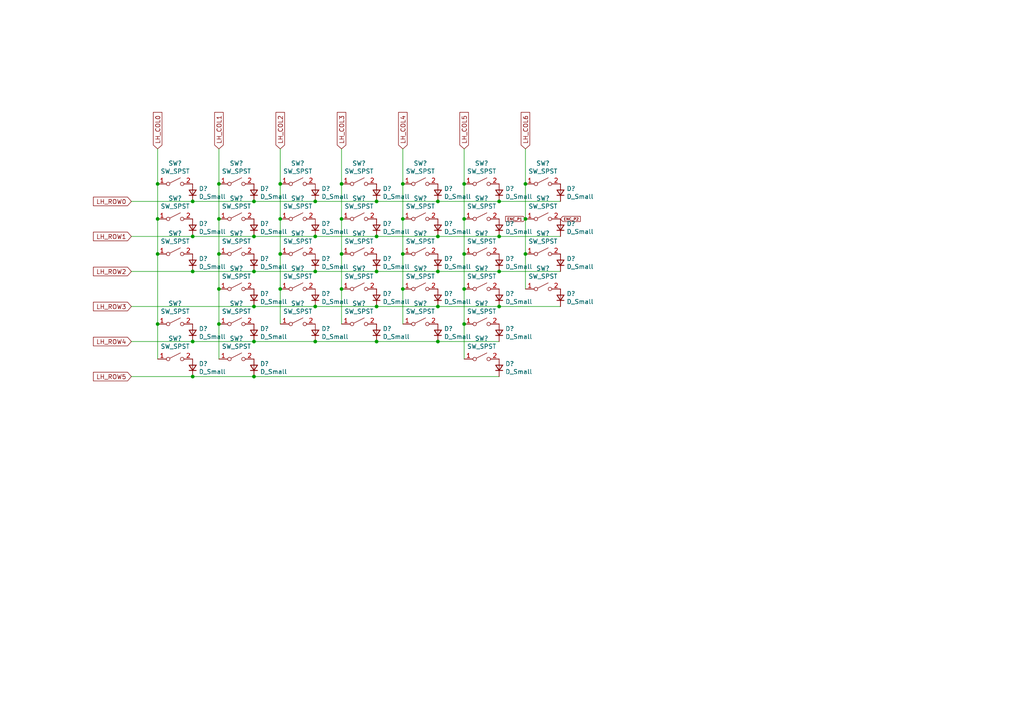
<source format=kicad_sch>
(kicad_sch (version 20211123) (generator eeschema)
  (paper "A4")
  (lib_symbols
    (symbol "Device:D_Small" (pin_numbers hide) (pin_names (offset 0.254) hide)
      (property "Reference" "D" (at -1.27 2.032 0))
      (property "Value" "D_Small" (at -3.81 -2.032 0))
      (symbol "D_Small_0_1"
        (polyline (pts (xy -0.762 -1.016) (xy -0.762 1.016)) (stroke (width 0.254)))
        (polyline (pts (xy -0.762 0) (xy 0.762 0)))
        (polyline (pts (xy 0.762 -1.016) (xy -0.762 0) (xy 0.762 1.016) (xy 0.762 -1.016)) (stroke (width 0.254)))
      )
      (symbol "D_Small_1_1"
        (pin passive line (at -2.54 0 0) (length 1.778) (name "K") (number "1"))
        (pin passive line (at 2.54 0 180) (length 1.778) (name "A") (number "2"))
      )
    )
    (symbol "Switch:SW_SPST" (pin_names (offset 0) hide)
      (property "Reference" "SW" (at 0 3.175 0))
      (property "Value" "SW_SPST" (at 0 -2.54 0))
      (symbol "SW_SPST_0_0"
        (circle (center -2.032 0) (radius 0.508))
        (polyline (pts (xy -1.524 0.254) (xy 1.524 1.778)))
        (circle (center 2.032 0) (radius 0.508))
      )
      (symbol "SW_SPST_1_1"
        (pin passive line (at -5.08 0 0) (length 2.54) (name "A") (number "1"))
        (pin passive line (at 5.08 0 180) (length 2.54) (name "B") (number "2"))
      )
    )
  )
  (junction (at 144.78 78.74))
  (junction (at 45.72 63.5))
  (junction (at 91.44 58.42))
  (junction (at 144.78 88.9))
  (junction (at 73.66 58.42))
  (junction (at 73.66 68.58))
  (junction (at 116.84 53.34))
  (junction (at 109.22 78.74))
  (junction (at 45.72 93.98))
  (junction (at 81.28 63.5))
  (junction (at 99.06 73.66))
  (junction (at 81.28 53.34))
  (junction (at 91.44 68.58))
  (junction (at 152.4 53.34))
  (junction (at 109.22 88.9))
  (junction (at 144.78 68.58))
  (junction (at 63.5 53.34))
  (junction (at 127 88.9))
  (junction (at 81.28 83.82))
  (junction (at 91.44 88.9))
  (junction (at 45.72 53.34))
  (junction (at 63.5 93.98))
  (junction (at 55.88 99.06))
  (junction (at 109.22 58.42))
  (junction (at 81.28 73.66))
  (junction (at 144.78 58.42))
  (junction (at 127 78.74))
  (junction (at 63.5 63.5))
  (junction (at 99.06 53.34))
  (junction (at 134.62 53.34))
  (junction (at 134.62 93.98))
  (junction (at 91.44 78.74))
  (junction (at 55.88 58.42))
  (junction (at 134.62 73.66))
  (junction (at 127 58.42))
  (junction (at 99.06 63.5))
  (junction (at 109.22 99.06))
  (junction (at 152.4 63.5))
  (junction (at 116.84 73.66))
  (junction (at 45.72 73.66))
  (junction (at 116.84 63.5))
  (junction (at 109.22 68.58))
  (junction (at 63.5 83.82))
  (junction (at 55.88 68.58))
  (junction (at 127 99.06))
  (junction (at 73.66 78.74))
  (junction (at 152.4 73.66))
  (junction (at 73.66 88.9))
  (junction (at 55.88 109.22))
  (junction (at 127 68.58))
  (junction (at 134.62 63.5))
  (junction (at 73.66 109.22))
  (junction (at 73.66 99.06))
  (junction (at 116.84 83.82))
  (junction (at 63.5 73.66))
  (junction (at 134.62 83.82))
  (junction (at 55.88 78.74))
  (junction (at 99.06 83.82))
  (junction (at 91.44 99.06))
  (wire (pts (xy 134.62 73.66) (xy 134.62 63.5)))
  (wire (pts (xy 134.62 104.14) (xy 134.62 93.98)))
  (wire (pts (xy 55.88 99.06) (xy 38.1 99.06)))
  (wire (pts (xy 99.06 53.34) (xy 99.06 43.18)))
  (wire (pts (xy 63.5 93.98) (xy 63.5 104.14)))
  (wire (pts (xy 134.62 83.82) (xy 134.62 73.66)))
  (wire (pts (xy 91.44 88.9) (xy 73.66 88.9)))
  (wire (pts (xy 116.84 73.66) (xy 116.84 63.5)))
  (wire (pts (xy 127 99.06) (xy 109.22 99.06)))
  (wire (pts (xy 45.72 93.98) (xy 45.72 104.14)))
  (wire (pts (xy 152.4 53.34) (xy 152.4 43.18)))
  (wire (pts (xy 73.66 78.74) (xy 55.88 78.74)))
  (wire (pts (xy 99.06 83.82) (xy 99.06 73.66)))
  (wire (pts (xy 55.88 78.74) (xy 38.1 78.74)))
  (wire (pts (xy 81.28 63.5) (xy 81.28 53.34)))
  (wire (pts (xy 162.56 58.42) (xy 144.78 58.42)))
  (wire (pts (xy 144.78 58.42) (xy 127 58.42)))
  (wire (pts (xy 162.56 68.58) (xy 144.78 68.58)))
  (wire (pts (xy 63.5 93.98) (xy 63.5 83.82)))
  (wire (pts (xy 144.78 88.9) (xy 162.56 88.9)))
  (wire (pts (xy 91.44 99.06) (xy 73.66 99.06)))
  (wire (pts (xy 109.22 58.42) (xy 91.44 58.42)))
  (wire (pts (xy 63.5 53.34) (xy 63.5 43.18)))
  (wire (pts (xy 127 68.58) (xy 109.22 68.58)))
  (wire (pts (xy 55.88 58.42) (xy 38.1 58.42)))
  (wire (pts (xy 45.72 73.66) (xy 45.72 63.5)))
  (wire (pts (xy 63.5 73.66) (xy 63.5 63.5)))
  (wire (pts (xy 45.72 73.66) (xy 45.72 93.98)))
  (wire (pts (xy 91.44 68.58) (xy 73.66 68.58)))
  (wire (pts (xy 116.84 53.34) (xy 116.84 43.18)))
  (wire (pts (xy 144.78 78.74) (xy 127 78.74)))
  (wire (pts (xy 116.84 93.98) (xy 116.84 83.82)))
  (wire (pts (xy 109.22 99.06) (xy 91.44 99.06)))
  (wire (pts (xy 152.4 63.5) (xy 152.4 53.34)))
  (wire (pts (xy 116.84 63.5) (xy 116.84 53.34)))
  (wire (pts (xy 73.66 58.42) (xy 55.88 58.42)))
  (wire (pts (xy 144.78 88.9) (xy 127 88.9)))
  (wire (pts (xy 73.66 68.58) (xy 55.88 68.58)))
  (wire (pts (xy 127 58.42) (xy 109.22 58.42)))
  (wire (pts (xy 73.66 99.06) (xy 55.88 99.06)))
  (wire (pts (xy 109.22 88.9) (xy 91.44 88.9)))
  (wire (pts (xy 127 88.9) (xy 109.22 88.9)))
  (wire (pts (xy 109.22 68.58) (xy 91.44 68.58)))
  (wire (pts (xy 99.06 73.66) (xy 99.06 63.5)))
  (wire (pts (xy 109.22 78.74) (xy 91.44 78.74)))
  (wire (pts (xy 55.88 109.22) (xy 38.1 109.22)))
  (wire (pts (xy 116.84 83.82) (xy 116.84 73.66)))
  (wire (pts (xy 127 78.74) (xy 109.22 78.74)))
  (wire (pts (xy 81.28 93.98) (xy 81.28 83.82)))
  (wire (pts (xy 99.06 93.98) (xy 99.06 83.82)))
  (wire (pts (xy 91.44 78.74) (xy 73.66 78.74)))
  (wire (pts (xy 134.62 53.34) (xy 134.62 43.18)))
  (wire (pts (xy 134.62 63.5) (xy 134.62 53.34)))
  (wire (pts (xy 45.72 63.5) (xy 45.72 53.34)))
  (wire (pts (xy 144.78 99.06) (xy 127 99.06)))
  (wire (pts (xy 63.5 83.82) (xy 63.5 73.66)))
  (wire (pts (xy 99.06 63.5) (xy 99.06 53.34)))
  (wire (pts (xy 81.28 83.82) (xy 81.28 73.66)))
  (wire (pts (xy 81.28 73.66) (xy 81.28 63.5)))
  (wire (pts (xy 63.5 63.5) (xy 63.5 53.34)))
  (wire (pts (xy 73.66 109.22) (xy 144.78 109.22)))
  (wire (pts (xy 162.56 78.74) (xy 144.78 78.74)))
  (wire (pts (xy 91.44 58.42) (xy 73.66 58.42)))
  (wire (pts (xy 152.4 73.66) (xy 152.4 83.82)))
  (wire (pts (xy 134.62 93.98) (xy 134.62 83.82)))
  (wire (pts (xy 144.78 68.58) (xy 127 68.58)))
  (wire (pts (xy 45.72 53.34) (xy 45.72 43.18)))
  (wire (pts (xy 38.1 88.9) (xy 73.66 88.9)))
  (wire (pts (xy 152.4 63.5) (xy 152.4 73.66)))
  (wire (pts (xy 81.28 53.34) (xy 81.28 43.18)))
  (wire (pts (xy 73.66 109.22) (xy 55.88 109.22)))
  (wire (pts (xy 55.88 68.58) (xy 38.1 68.58)))
  (global_label "LH_COL6" (shape input) (at 152.4 43.18 90) (property "Intersheet References" "${INTERSHEET_REFS}" (effects hide)))
  (global_label "LH_COL3" (shape input) (at 99.06 43.18 90) (property "Intersheet References" "${INTERSHEET_REFS}" (effects hide)))
  (global_label "LH_COL2" (shape input) (at 81.28 43.18 90) (property "Intersheet References" "${INTERSHEET_REFS}" (effects hide)))
  (global_label "LH_COL0" (shape input) (at 45.72 43.18 90) (property "Intersheet References" "${INTERSHEET_REFS}" (effects hide)))
  (global_label "LH_COL1" (shape input) (at 63.5 43.18 90) (property "Intersheet References" "${INTERSHEET_REFS}" (effects hide)))
  (global_label "LH_ROW3" (shape input) (at 38.1 88.9 180) (property "Intersheet References" "${INTERSHEET_REFS}" (effects hide)))
  (global_label "LH_COL5" (shape input) (at 134.62 43.18 90) (property "Intersheet References" "${INTERSHEET_REFS}" (effects hide)))
  (global_label "ENC_P1" (shape input) (at 152.4 63.5 180) (effects (font (size 0.762 0.762))) (property "Intersheet References" "${INTERSHEET_REFS}" (effects hide)))
  (global_label "LH_ROW1" (shape input) (at 38.1 68.58 180) (property "Intersheet References" "${INTERSHEET_REFS}" (effects hide)))
  (global_label "ENC_P2" (shape input) (at 162.56 63.5 0) (effects (font (size 0.762 0.762))) (property "Intersheet References" "${INTERSHEET_REFS}" (effects hide)))
  (global_label "LH_ROW0" (shape input) (at 38.1 58.42 180) (property "Intersheet References" "${INTERSHEET_REFS}" (effects hide)))
  (global_label "LH_ROW5" (shape input) (at 38.1 109.22 180) (property "Intersheet References" "${INTERSHEET_REFS}" (effects hide)))
  (global_label "LH_ROW4" (shape input) (at 38.1 99.06 180) (property "Intersheet References" "${INTERSHEET_REFS}" (effects hide)))
  (global_label "LH_ROW2" (shape input) (at 38.1 78.74 180) (property "Intersheet References" "${INTERSHEET_REFS}" (effects hide)))
  (global_label "LH_COL4" (shape input) (at 116.84 43.18 90) (property "Intersheet References" "${INTERSHEET_REFS}" (effects hide)))
  (symbol (lib_id "Switch:SW_SPST") (at 104.14 93.98 0) (unit 1)
    (property "Reference" "SW?" (at 104.14 88.011 0))
    (property "Value" "SW_SPST" (at 104.14 90.3224 0))
    (property "Footprint" "MX_Only:MXOnly-1U-Hotswap" (effects hide))
  )
  (symbol (lib_id "Device:D_Small") (at 109.22 66.04 90) (unit 1)
    (property "Reference" "D?" (at 110.998 64.8716 90) (effects (justify right)))
    (property "Value" "D_Small" (at 110.998 67.183 90) (effects (justify right)))
    (property "Footprint" "Diode_SMD:D_SOD-123" (effects hide))
  )
  (symbol (lib_id "Switch:SW_SPST") (at 104.14 83.82 0) (unit 1)
    (property "Reference" "SW?" (at 104.14 77.851 0))
    (property "Value" "SW_SPST" (at 104.14 80.1624 0))
    (property "Footprint" "MX_Only:MXOnly-1U-Hotswap" (effects hide))
  )
  (symbol (lib_id "Device:D_Small") (at 55.88 66.04 90) (unit 1)
    (property "Reference" "D?" (at 57.658 64.8716 90) (effects (justify right)))
    (property "Value" "D_Small" (at 57.658 67.183 90) (effects (justify right)))
    (property "Footprint" "Diode_SMD:D_SOD-123" (effects hide))
  )
  (symbol (lib_id "Device:D_Small") (at 144.78 55.88 90) (unit 1)
    (property "Reference" "D?" (at 146.558 54.7116 90) (effects (justify right)))
    (property "Value" "D_Small" (at 146.558 57.023 90) (effects (justify right)))
    (property "Footprint" "Diode_SMD:D_SOD-123" (effects hide))
  )
  (symbol (lib_id "Switch:SW_SPST") (at 157.48 53.34 0) (unit 1)
    (property "Reference" "SW?" (at 157.48 47.371 0))
    (property "Value" "SW_SPST" (at 157.48 49.6824 0))
    (property "Footprint" "MX_Only:MXOnly-1U-Hotswap" (effects hide))
  )
  (symbol (lib_id "Device:D_Small") (at 91.44 66.04 90) (unit 1)
    (property "Reference" "D?" (at 93.218 64.8716 90) (effects (justify right)))
    (property "Value" "D_Small" (at 93.218 67.183 90) (effects (justify right)))
    (property "Footprint" "Diode_SMD:D_SOD-123" (effects hide))
  )
  (symbol (lib_id "Device:D_Small") (at 91.44 96.52 90) (unit 1)
    (property "Reference" "D?" (at 93.218 95.3516 90) (effects (justify right)))
    (property "Value" "D_Small" (at 93.218 97.663 90) (effects (justify right)))
    (property "Footprint" "Diode_SMD:D_SOD-123" (effects hide))
  )
  (symbol (lib_id "Device:D_Small") (at 144.78 66.04 90) (unit 1)
    (property "Reference" "D?" (at 146.558 64.8716 90) (effects (justify right)))
    (property "Value" "D_Small" (at 146.558 67.183 90) (effects (justify right)))
    (property "Footprint" "Diode_SMD:D_SOD-123" (effects hide))
  )
  (symbol (lib_id "Device:D_Small") (at 55.88 76.2 90) (unit 1)
    (property "Reference" "D?" (at 57.658 75.0316 90) (effects (justify right)))
    (property "Value" "D_Small" (at 57.658 77.343 90) (effects (justify right)))
    (property "Footprint" "Diode_SMD:D_SOD-123" (effects hide))
  )
  (symbol (lib_id "Switch:SW_SPST") (at 121.92 53.34 0) (unit 1)
    (property "Reference" "SW?" (at 121.92 47.371 0))
    (property "Value" "SW_SPST" (at 121.92 49.6824 0))
    (property "Footprint" "MX_Only:MXOnly-1U-Hotswap" (effects hide))
  )
  (symbol (lib_id "Device:D_Small") (at 144.78 86.36 90) (unit 1)
    (property "Reference" "D?" (at 146.558 85.1916 90) (effects (justify right)))
    (property "Value" "D_Small" (at 146.558 87.503 90) (effects (justify right)))
    (property "Footprint" "Diode_SMD:D_SOD-123" (effects hide))
  )
  (symbol (lib_id "Device:D_Small") (at 127 55.88 90) (unit 1)
    (property "Reference" "D?" (at 128.778 54.7116 90) (effects (justify right)))
    (property "Value" "D_Small" (at 128.778 57.023 90) (effects (justify right)))
    (property "Footprint" "Diode_SMD:D_SOD-123" (effects hide))
  )
  (symbol (lib_id "Switch:SW_SPST") (at 157.48 63.5 0) (unit 1)
    (property "Reference" "SW?" (at 157.48 57.531 0))
    (property "Value" "SW_SPST" (at 157.48 59.8424 0))
    (property "Footprint" "MX_Only:MXOnly-1.25U-Hotswap" (effects hide))
  )
  (symbol (lib_id "Device:D_Small") (at 162.56 86.36 90) (unit 1)
    (property "Reference" "D?" (at 164.338 85.1916 90) (effects (justify right)))
    (property "Value" "D_Small" (at 164.338 87.503 90) (effects (justify right)))
    (property "Footprint" "Diode_SMD:D_SOD-123" (effects hide))
  )
  (symbol (lib_id "Switch:SW_SPST") (at 121.92 73.66 0) (unit 1)
    (property "Reference" "SW?" (at 121.92 67.691 0))
    (property "Value" "SW_SPST" (at 121.92 70.0024 0))
    (property "Footprint" "MX_Only:MXOnly-1U-Hotswap" (effects hide))
  )
  (symbol (lib_id "Switch:SW_SPST") (at 139.7 53.34 0) (unit 1)
    (property "Reference" "SW?" (at 139.7 47.371 0))
    (property "Value" "SW_SPST" (at 139.7 49.6824 0))
    (property "Footprint" "MX_Only:MXOnly-1U-Hotswap" (effects hide))
  )
  (symbol (lib_id "Switch:SW_SPST") (at 68.58 93.98 0) (unit 1)
    (property "Reference" "SW?" (at 68.58 88.011 0))
    (property "Value" "SW_SPST" (at 68.58 90.3224 0))
    (property "Footprint" "MX_Only:MXOnly-1U-Hotswap" (effects hide))
  )
  (symbol (lib_id "Switch:SW_SPST") (at 68.58 104.14 0) (unit 1)
    (property "Reference" "SW?" (at 68.58 98.171 0))
    (property "Value" "SW_SPST" (at 68.58 100.4824 0))
    (property "Footprint" "MX_Only:MXOnly-2.25U-Hotswap-ReversedStabilizers" (effects hide))
  )
  (symbol (lib_id "Device:D_Small") (at 73.66 106.68 90) (unit 1)
    (property "Reference" "D?" (at 75.438 105.5116 90) (effects (justify right)))
    (property "Value" "D_Small" (at 75.438 107.823 90) (effects (justify right)))
    (property "Footprint" "Diode_SMD:D_SOD-123" (effects hide))
  )
  (symbol (lib_id "Switch:SW_SPST") (at 121.92 93.98 0) (unit 1)
    (property "Reference" "SW?" (at 121.92 88.011 0))
    (property "Value" "SW_SPST" (at 121.92 90.3224 0))
    (property "Footprint" "MX_Only:MXOnly-1U-Hotswap" (effects hide))
  )
  (symbol (lib_id "Switch:SW_SPST") (at 104.14 53.34 0) (unit 1)
    (property "Reference" "SW?" (at 104.14 47.371 0))
    (property "Value" "SW_SPST" (at 104.14 49.6824 0))
    (property "Footprint" "MX_Only:MXOnly-1U-Hotswap" (effects hide))
  )
  (symbol (lib_id "Switch:SW_SPST") (at 121.92 83.82 0) (unit 1)
    (property "Reference" "SW?" (at 121.92 77.851 0))
    (property "Value" "SW_SPST" (at 121.92 80.1624 0))
    (property "Footprint" "MX_Only:MXOnly-1U-Hotswap" (effects hide))
  )
  (symbol (lib_id "Device:D_Small") (at 109.22 76.2 90) (unit 1)
    (property "Reference" "D?" (at 110.998 75.0316 90) (effects (justify right)))
    (property "Value" "D_Small" (at 110.998 77.343 90) (effects (justify right)))
    (property "Footprint" "Diode_SMD:D_SOD-123" (effects hide))
  )
  (symbol (lib_id "Switch:SW_SPST") (at 104.14 63.5 0) (unit 1)
    (property "Reference" "SW?" (at 104.14 57.531 0))
    (property "Value" "SW_SPST" (at 104.14 59.8424 0))
    (property "Footprint" "MX_Only:MXOnly-1U-Hotswap" (effects hide))
  )
  (symbol (lib_id "Device:D_Small") (at 162.56 66.04 90) (unit 1)
    (property "Reference" "D?" (at 164.338 64.8716 90) (effects (justify right)))
    (property "Value" "D_Small" (at 164.338 67.183 90) (effects (justify right)))
    (property "Footprint" "Diode_SMD:D_SOD-123" (effects hide))
  )
  (symbol (lib_id "Device:D_Small") (at 127 76.2 90) (unit 1)
    (property "Reference" "D?" (at 128.778 75.0316 90) (effects (justify right)))
    (property "Value" "D_Small" (at 128.778 77.343 90) (effects (justify right)))
    (property "Footprint" "Diode_SMD:D_SOD-123" (effects hide))
  )
  (symbol (lib_id "Device:D_Small") (at 55.88 55.88 90) (unit 1)
    (property "Reference" "D?" (at 57.658 54.7116 90) (effects (justify right)))
    (property "Value" "D_Small" (at 57.658 57.023 90) (effects (justify right)))
    (property "Footprint" "Diode_SMD:D_SOD-123" (effects hide))
  )
  (symbol (lib_id "Device:D_Small") (at 144.78 96.52 90) (unit 1)
    (property "Reference" "D?" (at 146.558 95.3516 90) (effects (justify right)))
    (property "Value" "D_Small" (at 146.558 97.663 90) (effects (justify right)))
    (property "Footprint" "Diode_SMD:D_SOD-123" (effects hide))
  )
  (symbol (lib_id "Device:D_Small") (at 127 86.36 90) (unit 1)
    (property "Reference" "D?" (at 128.778 85.1916 90) (effects (justify right)))
    (property "Value" "D_Small" (at 128.778 87.503 90) (effects (justify right)))
    (property "Footprint" "Diode_SMD:D_SOD-123" (effects hide))
  )
  (symbol (lib_id "Switch:SW_SPST") (at 86.36 83.82 0) (unit 1)
    (property "Reference" "SW?" (at 86.36 77.851 0))
    (property "Value" "SW_SPST" (at 86.36 80.1624 0))
    (property "Footprint" "MX_Only:MXOnly-1U-Hotswap" (effects hide))
  )
  (symbol (lib_id "Switch:SW_SPST") (at 86.36 63.5 0) (unit 1)
    (property "Reference" "SW?" (at 86.36 57.531 0))
    (property "Value" "SW_SPST" (at 86.36 59.8424 0))
    (property "Footprint" "MX_Only:MXOnly-1U-Hotswap" (effects hide))
  )
  (symbol (lib_id "Device:D_Small") (at 73.66 66.04 90) (unit 1)
    (property "Reference" "D?" (at 75.438 64.8716 90) (effects (justify right)))
    (property "Value" "D_Small" (at 75.438 67.183 90) (effects (justify right)))
    (property "Footprint" "Diode_SMD:D_SOD-123" (effects hide))
  )
  (symbol (lib_id "Device:D_Small") (at 55.88 96.52 90) (unit 1)
    (property "Reference" "D?" (at 57.658 95.3516 90) (effects (justify right)))
    (property "Value" "D_Small" (at 57.658 97.663 90) (effects (justify right)))
    (property "Footprint" "Diode_SMD:D_SOD-123" (effects hide))
  )
  (symbol (lib_id "Device:D_Small") (at 109.22 86.36 90) (unit 1)
    (property "Reference" "D?" (at 110.998 85.1916 90) (effects (justify right)))
    (property "Value" "D_Small" (at 110.998 87.503 90) (effects (justify right)))
    (property "Footprint" "Diode_SMD:D_SOD-123" (effects hide))
  )
  (symbol (lib_id "Switch:SW_SPST") (at 50.8 63.5 0) (unit 1)
    (property "Reference" "SW?" (at 50.8 57.531 0))
    (property "Value" "SW_SPST" (at 50.8 59.8424 0))
    (property "Footprint" "MX_Only:MXOnly-1U-Hotswap" (effects hide))
  )
  (symbol (lib_id "Device:D_Small") (at 109.22 96.52 90) (unit 1)
    (property "Reference" "D?" (at 110.998 95.3516 90) (effects (justify right)))
    (property "Value" "D_Small" (at 110.998 97.663 90) (effects (justify right)))
    (property "Footprint" "Diode_SMD:D_SOD-123" (effects hide))
  )
  (symbol (lib_id "Device:D_Small") (at 73.66 55.88 90) (unit 1)
    (property "Reference" "D?" (at 75.438 54.7116 90) (effects (justify right)))
    (property "Value" "D_Small" (at 75.438 57.023 90) (effects (justify right)))
    (property "Footprint" "Diode_SMD:D_SOD-123" (effects hide))
  )
  (symbol (lib_id "Device:D_Small") (at 73.66 86.36 90) (unit 1)
    (property "Reference" "D?" (at 75.438 85.1916 90) (effects (justify right)))
    (property "Value" "D_Small" (at 75.438 87.503 90) (effects (justify right)))
    (property "Footprint" "Diode_SMD:D_SOD-123" (effects hide))
  )
  (symbol (lib_id "Device:D_Small") (at 55.88 106.68 90) (unit 1)
    (property "Reference" "D?" (at 57.658 105.5116 90) (effects (justify right)))
    (property "Value" "D_Small" (at 57.658 107.823 90) (effects (justify right)))
    (property "Footprint" "Diode_SMD:D_SOD-123" (effects hide))
  )
  (symbol (lib_id "Switch:SW_SPST") (at 139.7 93.98 0) (unit 1)
    (property "Reference" "SW?" (at 139.7 88.011 0))
    (property "Value" "SW_SPST" (at 139.7 90.3224 0))
    (property "Footprint" "MX_Only:MXOnly-1U-Hotswap" (effects hide))
  )
  (symbol (lib_id "Device:D_Small") (at 127 66.04 90) (unit 1)
    (property "Reference" "D?" (at 128.778 64.8716 90) (effects (justify right)))
    (property "Value" "D_Small" (at 128.778 67.183 90) (effects (justify right)))
    (property "Footprint" "Diode_SMD:D_SOD-123" (effects hide))
  )
  (symbol (lib_id "Switch:SW_SPST") (at 157.48 83.82 0) (unit 1)
    (property "Reference" "SW?" (at 157.48 77.851 0))
    (property "Value" "SW_SPST" (at 157.48 80.1624 0))
    (property "Footprint" "MX_Only:MXOnly-1.75U-Hotswap" (effects hide))
  )
  (symbol (lib_id "Switch:SW_SPST") (at 68.58 73.66 0) (unit 1)
    (property "Reference" "SW?" (at 68.58 67.691 0))
    (property "Value" "SW_SPST" (at 68.58 70.0024 0))
    (property "Footprint" "MX_Only:MXOnly-1U-Hotswap" (effects hide))
  )
  (symbol (lib_id "Switch:SW_SPST") (at 104.14 73.66 0) (unit 1)
    (property "Reference" "SW?" (at 104.14 67.691 0))
    (property "Value" "SW_SPST" (at 104.14 70.0024 0))
    (property "Footprint" "MX_Only:MXOnly-1U-Hotswap" (effects hide))
  )
  (symbol (lib_id "Device:D_Small") (at 144.78 76.2 90) (unit 1)
    (property "Reference" "D?" (at 146.558 75.0316 90) (effects (justify right)))
    (property "Value" "D_Small" (at 146.558 77.343 90) (effects (justify right)))
    (property "Footprint" "Diode_SMD:D_SOD-123" (effects hide))
  )
  (symbol (lib_id "Device:D_Small") (at 91.44 86.36 90) (unit 1)
    (property "Reference" "D?" (at 93.218 85.1916 90) (effects (justify right)))
    (property "Value" "D_Small" (at 93.218 87.503 90) (effects (justify right)))
    (property "Footprint" "Diode_SMD:D_SOD-123" (effects hide))
  )
  (symbol (lib_id "Switch:SW_SPST") (at 68.58 63.5 0) (unit 1)
    (property "Reference" "SW?" (at 68.58 57.531 0))
    (property "Value" "SW_SPST" (at 68.58 59.8424 0))
    (property "Footprint" "MX_Only:MXOnly-1U-Hotswap" (effects hide))
  )
  (symbol (lib_id "Device:D_Small") (at 162.56 76.2 90) (unit 1)
    (property "Reference" "D?" (at 164.338 75.0316 90) (effects (justify right)))
    (property "Value" "D_Small" (at 164.338 77.343 90) (effects (justify right)))
    (property "Footprint" "Diode_SMD:D_SOD-123" (effects hide))
  )
  (symbol (lib_id "Device:D_Small") (at 144.78 106.68 90) (unit 1)
    (property "Reference" "D?" (at 146.558 105.5116 90) (effects (justify right)))
    (property "Value" "D_Small" (at 146.558 107.823 90) (effects (justify right)))
    (property "Footprint" "Diode_SMD:D_SOD-123" (effects hide))
  )
  (symbol (lib_id "Switch:SW_SPST") (at 139.7 104.14 0) (unit 1)
    (property "Reference" "SW?" (at 139.7 98.171 0))
    (property "Value" "SW_SPST" (at 139.7 100.4824 0))
    (property "Footprint" "MX_Only:MXOnly-1U-Hotswap" (effects hide))
  )
  (symbol (lib_id "Switch:SW_SPST") (at 50.8 53.34 0) (unit 1)
    (property "Reference" "SW?" (at 50.8 47.371 0))
    (property "Value" "SW_SPST" (at 50.8 49.6824 0))
    (property "Footprint" "MX_Only:MXOnly-1U-Hotswap" (effects hide))
  )
  (symbol (lib_id "Switch:SW_SPST") (at 157.48 73.66 0) (unit 1)
    (property "Reference" "SW?" (at 157.48 67.691 0))
    (property "Value" "SW_SPST" (at 157.48 70.0024 0))
    (property "Footprint" "MX_Only:MXOnly-1U-Hotswap" (effects hide))
  )
  (symbol (lib_id "Switch:SW_SPST") (at 139.7 83.82 0) (unit 1)
    (property "Reference" "SW?" (at 139.7 77.851 0))
    (property "Value" "SW_SPST" (at 139.7 80.1624 0))
    (property "Footprint" "MX_Only:MXOnly-1U-Hotswap" (effects hide))
  )
  (symbol (lib_id "Switch:SW_SPST") (at 68.58 53.34 0) (unit 1)
    (property "Reference" "SW?" (at 68.58 47.371 0))
    (property "Value" "SW_SPST" (at 68.58 49.6824 0))
    (property "Footprint" "MX_Only:MXOnly-1U-Hotswap" (effects hide))
  )
  (symbol (lib_id "Switch:SW_SPST") (at 121.92 63.5 0) (unit 1)
    (property "Reference" "SW?" (at 121.92 57.531 0))
    (property "Value" "SW_SPST" (at 121.92 59.8424 0))
    (property "Footprint" "MX_Only:MXOnly-1U-Hotswap" (effects hide))
  )
  (symbol (lib_id "Switch:SW_SPST") (at 86.36 53.34 0) (unit 1)
    (property "Reference" "SW?" (at 86.36 47.371 0))
    (property "Value" "SW_SPST" (at 86.36 49.6824 0))
    (property "Footprint" "MX_Only:MXOnly-1U-Hotswap" (effects hide))
  )
  (symbol (lib_id "Device:D_Small") (at 162.56 55.88 90) (unit 1)
    (property "Reference" "D?" (at 164.338 54.7116 90) (effects (justify right)))
    (property "Value" "D_Small" (at 164.338 57.023 90) (effects (justify right)))
    (property "Footprint" "Diode_SMD:D_SOD-123" (effects hide))
  )
  (symbol (lib_id "Switch:SW_SPST") (at 68.58 83.82 0) (unit 1)
    (property "Reference" "SW?" (at 68.58 77.851 0))
    (property "Value" "SW_SPST" (at 68.58 80.1624 0))
    (property "Footprint" "MX_Only:MXOnly-1U-Hotswap" (effects hide))
  )
  (symbol (lib_id "Device:D_Small") (at 91.44 55.88 90) (unit 1)
    (property "Reference" "D?" (at 93.218 54.7116 90) (effects (justify right)))
    (property "Value" "D_Small" (at 93.218 57.023 90) (effects (justify right)))
    (property "Footprint" "Diode_SMD:D_SOD-123" (effects hide))
  )
  (symbol (lib_id "Device:D_Small") (at 73.66 96.52 90) (unit 1)
    (property "Reference" "D?" (at 75.438 95.3516 90) (effects (justify right)))
    (property "Value" "D_Small" (at 75.438 97.663 90) (effects (justify right)))
    (property "Footprint" "Diode_SMD:D_SOD-123" (effects hide))
  )
  (symbol (lib_id "Switch:SW_SPST") (at 86.36 73.66 0) (unit 1)
    (property "Reference" "SW?" (at 86.36 67.691 0))
    (property "Value" "SW_SPST" (at 86.36 70.0024 0))
    (property "Footprint" "MX_Only:MXOnly-1U-Hotswap" (effects hide))
  )
  (symbol (lib_id "Switch:SW_SPST") (at 139.7 63.5 0) (unit 1)
    (property "Reference" "SW?" (at 139.7 57.531 0))
    (property "Value" "SW_SPST" (at 139.7 59.8424 0))
    (property "Footprint" "MX_Only:MXOnly-1U-Hotswap" (effects hide))
  )
  (symbol (lib_id "Device:D_Small") (at 109.22 55.88 90) (unit 1)
    (property "Reference" "D?" (at 110.998 54.7116 90) (effects (justify right)))
    (property "Value" "D_Small" (at 110.998 57.023 90) (effects (justify right)))
    (property "Footprint" "Diode_SMD:D_SOD-123" (effects hide))
  )
  (symbol (lib_id "Switch:SW_SPST") (at 50.8 93.98 0) (unit 1)
    (property "Reference" "SW?" (at 50.8 88.011 0))
    (property "Value" "SW_SPST" (at 50.8 90.3224 0))
    (property "Footprint" "MX_Only:MXOnly-1U-Hotswap" (effects hide))
  )
  (symbol (lib_id "Device:D_Small") (at 127 96.52 90) (unit 1)
    (property "Reference" "D?" (at 128.778 95.3516 90) (effects (justify right)))
    (property "Value" "D_Small" (at 128.778 97.663 90) (effects (justify right)))
    (property "Footprint" "Diode_SMD:D_SOD-123" (effects hide))
  )
  (symbol (lib_id "Switch:SW_SPST") (at 139.7 73.66 0) (unit 1)
    (property "Reference" "SW?" (at 139.7 67.691 0))
    (property "Value" "SW_SPST" (at 139.7 70.0024 0))
    (property "Footprint" "MX_Only:MXOnly-1U-Hotswap" (effects hide))
  )
  (symbol (lib_id "Switch:SW_SPST") (at 50.8 73.66 0) (unit 1)
    (property "Reference" "SW?" (at 50.8 67.691 0))
    (property "Value" "SW_SPST" (at 50.8 70.0024 0))
    (property "Footprint" "MX_Only:MXOnly-1U-Hotswap" (effects hide))
  )
  (symbol (lib_id "Switch:SW_SPST") (at 86.36 93.98 0) (unit 1)
    (property "Reference" "SW?" (at 86.36 88.011 0))
    (property "Value" "SW_SPST" (at 86.36 90.3224 0))
    (property "Footprint" "MX_Only:MXOnly-1U-Hotswap" (effects hide))
  )
  (symbol (lib_id "Device:D_Small") (at 73.66 76.2 90) (unit 1)
    (property "Reference" "D?" (at 75.438 75.0316 90) (effects (justify right)))
    (property "Value" "D_Small" (at 75.438 77.343 90) (effects (justify right)))
    (property "Footprint" "Diode_SMD:D_SOD-123" (effects hide))
  )
  (symbol (lib_id "Device:D_Small") (at 91.44 76.2 90) (unit 1)
    (property "Reference" "D?" (at 93.218 75.0316 90) (effects (justify right)))
    (property "Value" "D_Small" (at 93.218 77.343 90) (effects (justify right)))
    (property "Footprint" "Diode_SMD:D_SOD-123" (effects hide))
  )
  (symbol (lib_id "Switch:SW_SPST") (at 50.8 104.14 0) (unit 1)
    (property "Reference" "SW?" (at 50.8 98.171 0))
    (property "Value" "SW_SPST" (at 50.8 100.4824 0))
    (property "Footprint" "MX_Only:MXOnly-1U-Hotswap" (effects hide))
  )
)
</source>
